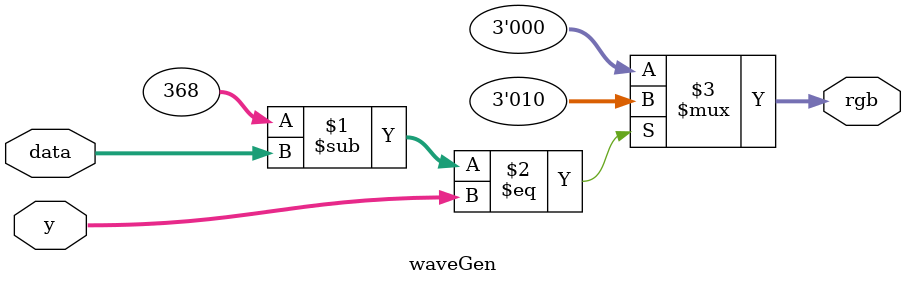
<source format=v>
module waveGen(input[7:0]data, input[9:0] y, output[2:0] rgb);
	assign rgb = ((368 - data) == y) ? 3'b010 : 3'b000;
endmodule
</source>
